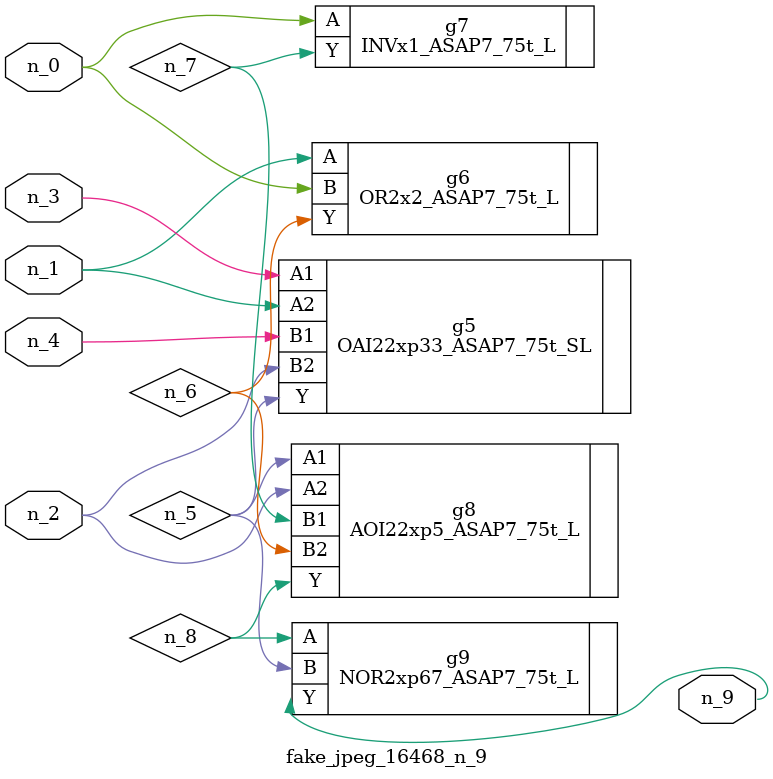
<source format=v>
module fake_jpeg_16468_n_9 (n_3, n_2, n_1, n_0, n_4, n_9);

input n_3;
input n_2;
input n_1;
input n_0;
input n_4;

output n_9;

wire n_8;
wire n_6;
wire n_5;
wire n_7;

OAI22xp33_ASAP7_75t_SL g5 ( 
.A1(n_3),
.A2(n_1),
.B1(n_4),
.B2(n_2),
.Y(n_5)
);

OR2x2_ASAP7_75t_L g6 ( 
.A(n_1),
.B(n_0),
.Y(n_6)
);

INVx1_ASAP7_75t_L g7 ( 
.A(n_0),
.Y(n_7)
);

AOI22xp5_ASAP7_75t_L g8 ( 
.A1(n_5),
.A2(n_2),
.B1(n_7),
.B2(n_6),
.Y(n_8)
);

NOR2xp67_ASAP7_75t_L g9 ( 
.A(n_8),
.B(n_5),
.Y(n_9)
);


endmodule
</source>
